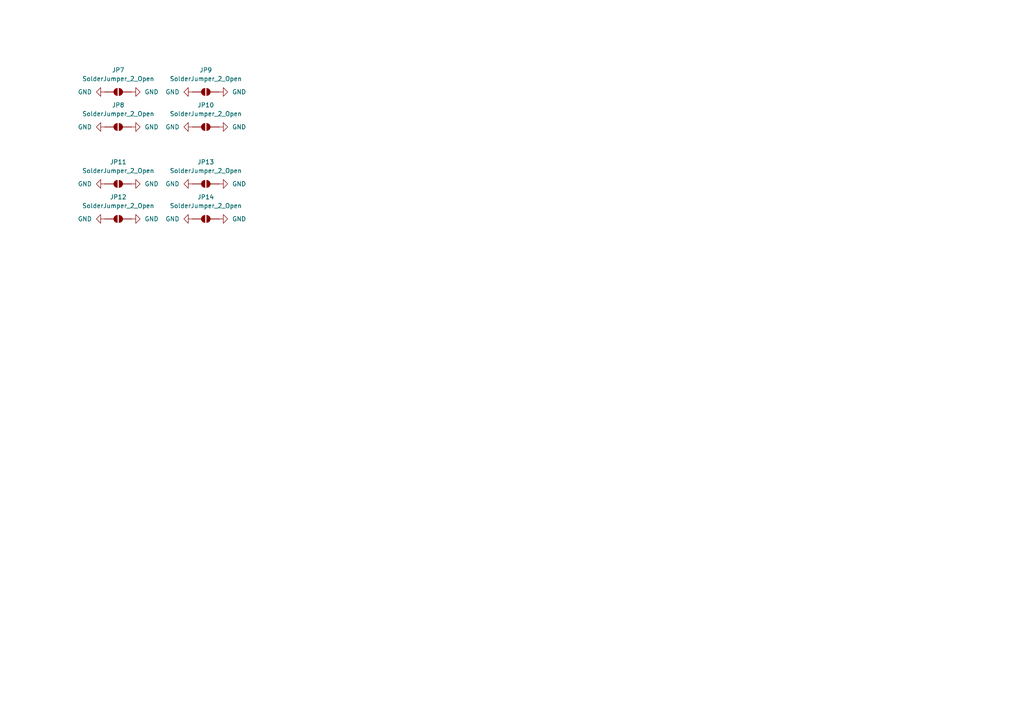
<source format=kicad_sch>
(kicad_sch (version 20250114) (generator "eeschema") (generator_version "9.0")
  (paper "A4")
  (title_block (title "Ground stitching") (date "2025-03-28") (rev "1.0"))
  (lib_symbols
    (symbol "SolderJumper_2_Open_1" (pin_numbers (hide yes)) (pin_names (offset 0) (hide yes)) (in_bom no)
      (property "Reference" "JP" (at 0 2.032 0))
      (property "Value" "SolderJumper_2_Open" (at 0 -2.54 0))
      (symbol "SolderJumper_2_Open_1_0_1"
        (polyline (pts (xy -0.254 1.016) (xy -0.254 -1.016)))
        (arc (start -0.254 -1.016) (mid -1.2656 0) (end -0.254 1.016))
        (arc (start -0.254 -1.016) (mid -1.2656 0) (end -0.254 1.016) (fill (type outline)))
        (arc (start 0.254 1.016) (mid 1.2656 0) (end 0.254 -1.016))
        (arc (start 0.254 1.016) (mid 1.2656 0) (end 0.254 -1.016) (fill (type outline)))
        (polyline (pts (xy 0.254 1.016) (xy 0.254 -1.016)))
      )
      (symbol "SolderJumper_2_Open_1_1_1"
        (pin passive line (at -3.81 0 0) (length 2.54) (name "A") (number "1"))
        (pin passive line (at 3.81 0 180) (length 2.54) (name "B") (number "2"))
      )
    )
    (symbol "power:GND" (power) (pin_numbers (hide yes)) (pin_names (offset 0) (hide yes))
      (property "Value" "GND" (at 0 -3.81 0))
      (symbol "GND_0_1"
        (polyline (pts (xy 0 0) (xy 0 -1.27) (xy 1.27 -1.27) (xy 0 -2.54) (xy -1.27 -1.27) (xy 0 -1.27)))
      )
      (symbol "GND_1_1"
        (pin power_in line (at 0 0 270) (length 0) (name "~") (number "1"))
      )
    )
  )
  (symbol (lib_name "SolderJumper_2_Open_1") (lib_id "Jumper:SolderJumper_2_Open") (at 34.29 63.5 0) (unit 1) (in_bom no)
    (property "Reference" "JP12" (at 34.29 57.15 0))
    (property "Value" "SolderJumper_2_Open" (at 34.29 59.69 0))
    (property "Footprint" "Resistor_SMD:R_1206_3216Metric" (effects (hide yes)))
    (property "Description" "Solder Jumper, 2-pole, open" (effects (hide yes)))
  )
  (symbol (lib_id "power:GND") (at 63.5 63.5 90) (unit 1)
    (property "Reference" "#PWR055" (effects (hide yes)))
    (property "Value" "GND" (at 67.31 63.5001 90) (effects (justify right)))
    (property "Description" "Power symbol creates a global label with name \"GND\" , ground" (effects (hide yes)))
  )
  (symbol (lib_id "power:GND") (at 63.5 53.34 90) (unit 1)
    (property "Reference" "#PWR054" (effects (hide yes)))
    (property "Value" "GND" (at 67.31 53.3401 90) (effects (justify right)))
    (property "Description" "Power symbol creates a global label with name \"GND\" , ground" (effects (hide yes)))
  )
  (symbol (lib_id "power:GND") (at 38.1 53.34 90) (unit 1)
    (property "Reference" "#PWR046" (effects (hide yes)))
    (property "Value" "GND" (at 41.91 53.3401 90) (effects (justify right)))
    (property "Description" "Power symbol creates a global label with name \"GND\" , ground" (effects (hide yes)))
  )
  (symbol (lib_name "SolderJumper_2_Open_1") (lib_id "Jumper:SolderJumper_2_Open") (at 34.29 53.34 0) (unit 1) (in_bom no)
    (property "Reference" "JP11" (at 34.29 46.99 0))
    (property "Value" "SolderJumper_2_Open" (at 34.29 49.53 0))
    (property "Footprint" "Resistor_SMD:R_1206_3216Metric" (effects (hide yes)))
    (property "Description" "Solder Jumper, 2-pole, open" (effects (hide yes)))
  )
  (symbol (lib_name "SolderJumper_2_Open_1") (lib_id "Jumper:SolderJumper_2_Open") (at 34.29 36.83 0) (unit 1) (in_bom no)
    (property "Reference" "JP8" (at 34.29 30.48 0))
    (property "Value" "SolderJumper_2_Open" (at 34.29 33.02 0))
    (property "Footprint" "Resistor_SMD:R_1206_3216Metric" (effects (hide yes)))
    (property "Description" "Solder Jumper, 2-pole, open" (effects (hide yes)))
  )
  (symbol (lib_id "power:GND") (at 38.1 36.83 90) (unit 1)
    (property "Reference" "#PWR045" (effects (hide yes)))
    (property "Value" "GND" (at 41.91 36.8301 90) (effects (justify right)))
    (property "Description" "Power symbol creates a global label with name \"GND\" , ground" (effects (hide yes)))
  )
  (symbol (lib_name "SolderJumper_2_Open_1") (lib_id "Jumper:SolderJumper_2_Open") (at 59.69 36.83 0) (unit 1) (in_bom no)
    (property "Reference" "JP10" (at 59.69 30.48 0))
    (property "Value" "SolderJumper_2_Open" (at 59.69 33.02 0))
    (property "Footprint" "Resistor_SMD:R_1206_3216Metric" (effects (hide yes)))
    (property "Description" "Solder Jumper, 2-pole, open" (effects (hide yes)))
  )
  (symbol (lib_id "power:GND") (at 55.88 63.5 270) (unit 1)
    (property "Reference" "#PWR051" (effects (hide yes)))
    (property "Value" "GND" (at 52.07 63.4999 90) (effects (justify right)))
    (property "Description" "Power symbol creates a global label with name \"GND\" , ground" (effects (hide yes)))
  )
  (symbol (lib_name "SolderJumper_2_Open_1") (lib_id "Jumper:SolderJumper_2_Open") (at 59.69 26.67 0) (unit 1) (in_bom no)
    (property "Reference" "JP9" (at 59.69 20.32 0))
    (property "Value" "SolderJumper_2_Open" (at 59.69 22.86 0))
    (property "Footprint" "Resistor_SMD:R_1206_3216Metric" (effects (hide yes)))
    (property "Description" "Solder Jumper, 2-pole, open" (effects (hide yes)))
  )
  (symbol (lib_id "power:GND") (at 55.88 36.83 270) (unit 1)
    (property "Reference" "#PWR049" (effects (hide yes)))
    (property "Value" "GND" (at 52.07 36.8299 90) (effects (justify right)))
    (property "Description" "Power symbol creates a global label with name \"GND\" , ground" (effects (hide yes)))
  )
  (symbol (lib_id "power:GND") (at 63.5 36.83 90) (unit 1)
    (property "Reference" "#PWR053" (effects (hide yes)))
    (property "Value" "GND" (at 67.31 36.8301 90) (effects (justify right)))
    (property "Description" "Power symbol creates a global label with name \"GND\" , ground" (effects (hide yes)))
  )
  (symbol (lib_id "power:GND") (at 55.88 53.34 270) (unit 1)
    (property "Reference" "#PWR050" (effects (hide yes)))
    (property "Value" "GND" (at 52.07 53.3399 90) (effects (justify right)))
    (property "Description" "Power symbol creates a global label with name \"GND\" , ground" (effects (hide yes)))
  )
  (symbol (lib_name "SolderJumper_2_Open_1") (lib_id "Jumper:SolderJumper_2_Open") (at 34.29 26.67 0) (unit 1) (in_bom no)
    (property "Reference" "JP7" (at 34.29 20.32 0))
    (property "Value" "SolderJumper_2_Open" (at 34.29 22.86 0))
    (property "Footprint" "Resistor_SMD:R_1206_3216Metric" (effects (hide yes)))
    (property "Description" "Solder Jumper, 2-pole, open" (effects (hide yes)))
  )
  (symbol (lib_id "power:GND") (at 30.48 26.67 270) (unit 1)
    (property "Reference" "#PWR05" (effects (hide yes)))
    (property "Value" "GND" (at 26.67 26.6699 90) (effects (justify right)))
    (property "Description" "Power symbol creates a global label with name \"GND\" , ground" (effects (hide yes)))
  )
  (symbol (lib_id "power:GND") (at 63.5 26.67 90) (unit 1)
    (property "Reference" "#PWR052" (effects (hide yes)))
    (property "Value" "GND" (at 67.31 26.6701 90) (effects (justify right)))
    (property "Description" "Power symbol creates a global label with name \"GND\" , ground" (effects (hide yes)))
  )
  (symbol (lib_id "power:GND") (at 30.48 53.34 270) (unit 1)
    (property "Reference" "#PWR039" (effects (hide yes)))
    (property "Value" "GND" (at 26.67 53.3399 90) (effects (justify right)))
    (property "Description" "Power symbol creates a global label with name \"GND\" , ground" (effects (hide yes)))
  )
  (symbol (lib_id "power:GND") (at 38.1 63.5 90) (unit 1)
    (property "Reference" "#PWR047" (effects (hide yes)))
    (property "Value" "GND" (at 41.91 63.5001 90) (effects (justify right)))
    (property "Description" "Power symbol creates a global label with name \"GND\" , ground" (effects (hide yes)))
  )
  (symbol (lib_id "power:GND") (at 30.48 36.83 270) (unit 1)
    (property "Reference" "#PWR038" (effects (hide yes)))
    (property "Value" "GND" (at 26.67 36.8299 90) (effects (justify right)))
    (property "Description" "Power symbol creates a global label with name \"GND\" , ground" (effects (hide yes)))
  )
  (symbol (lib_name "SolderJumper_2_Open_1") (lib_id "Jumper:SolderJumper_2_Open") (at 59.69 63.5 0) (unit 1) (in_bom no)
    (property "Reference" "JP14" (at 59.69 57.15 0))
    (property "Value" "SolderJumper_2_Open" (at 59.69 59.69 0))
    (property "Footprint" "Resistor_SMD:R_1206_3216Metric" (effects (hide yes)))
    (property "Description" "Solder Jumper, 2-pole, open" (effects (hide yes)))
  )
  (symbol (lib_name "SolderJumper_2_Open_1") (lib_id "Jumper:SolderJumper_2_Open") (at 59.69 53.34 0) (unit 1) (in_bom no)
    (property "Reference" "JP13" (at 59.69 46.99 0))
    (property "Value" "SolderJumper_2_Open" (at 59.69 49.53 0))
    (property "Footprint" "Resistor_SMD:R_1206_3216Metric" (effects (hide yes)))
    (property "Description" "Solder Jumper, 2-pole, open" (effects (hide yes)))
  )
  (symbol (lib_id "power:GND") (at 30.48 63.5 270) (unit 1)
    (property "Reference" "#PWR040" (effects (hide yes)))
    (property "Value" "GND" (at 26.67 63.4999 90) (effects (justify right)))
    (property "Description" "Power symbol creates a global label with name \"GND\" , ground" (effects (hide yes)))
  )
  (symbol (lib_id "power:GND") (at 38.1 26.67 90) (unit 1)
    (property "Reference" "#PWR044" (effects (hide yes)))
    (property "Value" "GND" (at 41.91 26.6701 90) (effects (justify right)))
    (property "Description" "Power symbol creates a global label with name \"GND\" , ground" (effects (hide yes)))
  )
  (symbol (lib_id "power:GND") (at 55.88 26.67 270) (unit 1)
    (property "Reference" "#PWR048" (effects (hide yes)))
    (property "Value" "GND" (at 52.07 26.6699 90) (effects (justify right)))
    (property "Description" "Power symbol creates a global label with name \"GND\" , ground" (effects (hide yes)))
  )
)
</source>
